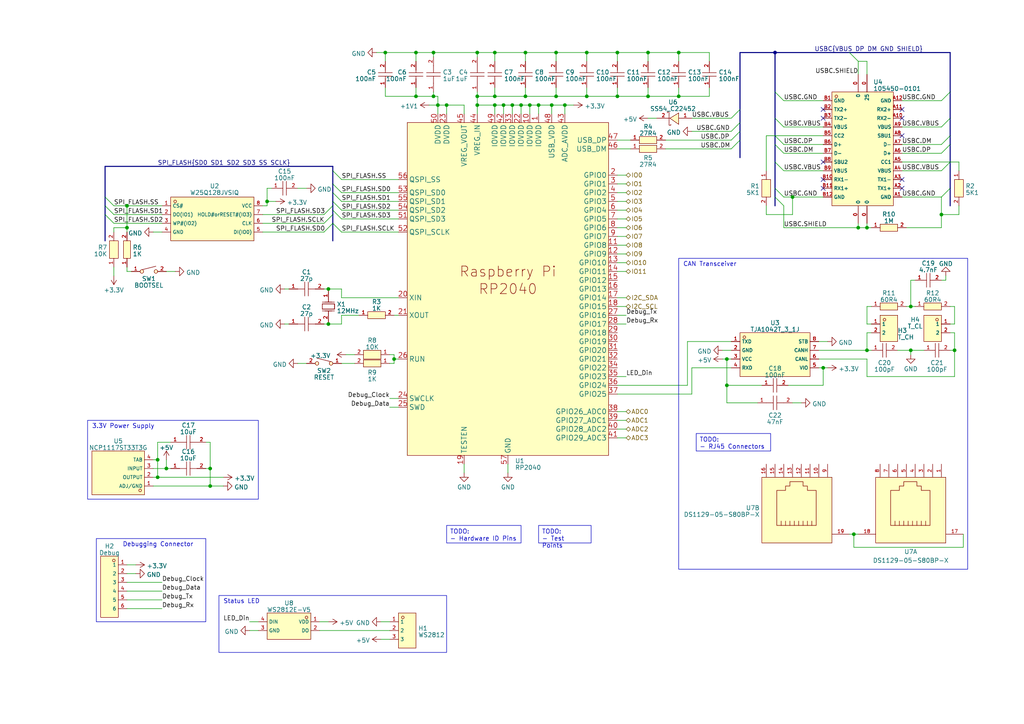
<source format=kicad_sch>
(kicad_sch (version 20230121) (generator eeschema)
  (paper "A4")
  (title_block (title "Pi RP2040 MCU") (date "2023-02-19") (rev "0") (company "DrinkRobotics") (comment 1 "https://git.xythobuz.de/thomas/Dispensy") (comment 3 "PCB Thickness: 1mm") (comment 4 "DRAFT DRAFT DRAFT DRAFT DRAFT"))
  (junction (at 129.54 30.48))
  (junction (at 125.73 15.24))
  (junction (at 152.4 27.94))
  (junction (at 179.07 15.24))
  (junction (at 170.18 15.24))
  (junction (at 60.96 135.89))
  (junction (at 45.72 138.43))
  (junction (at 276.86 101.6))
  (junction (at 179.07 27.94))
  (junction (at 114.3 104.14))
  (junction (at 77.47 58.42))
  (junction (at 45.72 133.35))
  (junction (at 48.26 135.89))
  (junction (at 125.73 27.94))
  (junction (at 248.92 66.04))
  (junction (at 146.05 30.48))
  (junction (at 138.43 30.48))
  (junction (at 151.13 30.48))
  (junction (at 187.96 27.94))
  (junction (at 163.83 30.48))
  (junction (at 251.46 101.6))
  (junction (at 160.02 30.48))
  (junction (at 251.46 66.04))
  (junction (at 187.96 15.24))
  (junction (at 161.29 15.24))
  (junction (at 143.51 30.48))
  (junction (at 170.18 27.94))
  (junction (at 264.16 88.9))
  (junction (at 143.51 27.94))
  (junction (at 156.21 30.48))
  (junction (at 273.05 62.23))
  (junction (at 60.96 140.97))
  (junction (at 36.83 59.69))
  (junction (at 238.76 106.68))
  (junction (at 196.85 15.24))
  (junction (at 264.16 101.6))
  (junction (at 196.85 27.94))
  (junction (at 161.29 27.94))
  (junction (at 95.25 83.82))
  (junction (at 95.25 93.98))
  (junction (at 138.43 27.94))
  (junction (at 111.76 15.24))
  (junction (at 152.4 15.24))
  (junction (at 36.83 66.04))
  (junction (at 210.82 111.76))
  (junction (at 224.79 15.24))
  (junction (at 247.65 154.94))
  (junction (at 143.51 15.24))
  (junction (at 153.67 30.48))
  (junction (at 127 30.48))
  (junction (at 210.82 104.14))
  (junction (at 120.65 15.24))
  (junction (at 229.87 57.15))
  (junction (at 138.43 15.24))
  (junction (at 148.59 30.48))
  (junction (at 120.65 27.94))
  (no_connect (at 238.76 46.99))
  (no_connect (at 238.76 54.61))
  (no_connect (at 238.76 31.75))
  (no_connect (at 261.62 52.07))
  (no_connect (at 238.76 34.29))
  (no_connect (at 261.62 31.75))
  (no_connect (at 261.62 34.29))
  (no_connect (at 261.62 54.61))
  (no_connect (at 238.76 52.07))
  (no_connect (at 261.62 39.37))
  (bus_entry (at 275.59 54.61) (size -2.54 2.54))
  (bus_entry (at 30.48 62.23) (size 2.54 2.54))
  (bus_entry (at 275.59 26.67) (size -2.54 2.54))
  (bus_entry (at 214.63 40.64) (size -2.54 2.54))
  (bus_entry (at 224.79 41.91) (size 2.54 2.54))
  (bus_entry (at 214.63 35.56) (size -2.54 2.54))
  (bus_entry (at 96.52 55.88) (size 2.54 2.54))
  (bus_entry (at 30.48 59.69) (size 2.54 2.54))
  (bus_entry (at 224.79 54.61) (size 2.54 2.54))
  (bus_entry (at 96.52 64.77) (size 2.54 2.54))
  (bus_entry (at 224.79 26.67) (size 2.54 2.54))
  (bus_entry (at 96.52 58.42) (size 2.54 2.54))
  (bus_entry (at 96.52 64.77) (size -2.54 2.54))
  (bus_entry (at 275.59 46.99) (size -2.54 2.54))
  (bus_entry (at 224.79 34.29) (size 2.54 2.54))
  (bus_entry (at 275.59 39.37) (size -2.54 2.54))
  (bus_entry (at 96.52 59.69) (size -2.54 2.54))
  (bus_entry (at 224.79 39.37) (size 2.54 2.54))
  (bus_entry (at 275.59 34.29) (size -2.54 2.54))
  (bus_entry (at 96.52 60.96) (size 2.54 2.54))
  (bus_entry (at 30.48 57.15) (size 2.54 2.54))
  (bus_entry (at 96.52 49.53) (size 2.54 2.54))
  (bus_entry (at 275.59 41.91) (size -2.54 2.54))
  (bus_entry (at 214.63 31.75) (size -2.54 2.54))
  (bus_entry (at 96.52 53.34) (size 2.54 2.54))
  (bus_entry (at 224.79 57.15) (size 2.54 2.54))
  (bus_entry (at 96.52 62.23) (size -2.54 2.54))
  (bus_entry (at 246.38 15.24) (size 2.54 2.54))
  (bus_entry (at 214.63 38.1) (size -2.54 2.54))
  (bus_entry (at 224.79 46.99) (size 2.54 2.54))
  (bus (pts (xy 96.52 64.77) (xy 96.52 69.85)))
  (wire (pts (xy 36.83 168.91) (xy 46.99 168.91)))
  (wire (pts (xy 44.45 135.89) (xy 48.26 135.89)))
  (wire (pts (xy 99.06 67.31) (xy 115.57 67.31)))
  (wire (pts (xy 114.3 91.44) (xy 115.57 91.44)))
  (wire (pts (xy 196.85 15.24) (xy 196.85 17.78)))
  (wire (pts (xy 143.51 30.48) (xy 143.51 33.02)))
  (wire (pts (xy 74.93 182.88) (xy 72.39 182.88)))
  (wire (pts (xy 163.83 30.48) (xy 166.37 30.48)))
  (wire (pts (xy 36.83 173.99) (xy 46.99 173.99)))
  (wire (pts (xy 143.51 30.48) (xy 146.05 30.48)))
  (wire (pts (xy 278.13 62.23) (xy 273.05 62.23)))
  (wire (pts (xy 36.83 78.74) (xy 38.1 78.74)))
  (wire (pts (xy 125.73 15.24) (xy 120.65 15.24)))
  (bus (pts (xy 214.63 15.24) (xy 214.63 31.75)))
  (wire (pts (xy 251.46 109.22) (xy 276.86 109.22)))
  (wire (pts (xy 264.16 101.6) (xy 267.97 101.6)))
  (wire (pts (xy 48.26 135.89) (xy 49.53 135.89)))
  (wire (pts (xy 146.05 33.02) (xy 146.05 30.48)))
  (wire (pts (xy 227.33 36.83) (xy 238.76 36.83)))
  (wire (pts (xy 82.55 93.98) (xy 83.82 93.98)))
  (wire (pts (xy 205.74 15.24) (xy 205.74 17.78)))
  (bus (pts (xy 275.59 15.24) (xy 275.59 26.67)))
  (wire (pts (xy 48.26 78.74) (xy 50.8 78.74)))
  (wire (pts (xy 179.07 53.34) (xy 181.61 53.34)))
  (wire (pts (xy 278.13 59.69) (xy 278.13 62.23)))
  (wire (pts (xy 220.98 111.76) (xy 210.82 111.76)))
  (wire (pts (xy 95.25 83.82) (xy 99.06 83.82)))
  (wire (pts (xy 143.51 27.94) (xy 152.4 27.94)))
  (wire (pts (xy 179.07 93.98) (xy 181.61 93.98)))
  (wire (pts (xy 161.29 15.24) (xy 161.29 17.78)))
  (wire (pts (xy 92.71 182.88) (xy 113.03 182.88)))
  (wire (pts (xy 200.66 114.3) (xy 200.66 106.68)))
  (wire (pts (xy 227.33 29.21) (xy 238.76 29.21)))
  (bus (pts (xy 224.79 15.24) (xy 214.63 15.24)))
  (wire (pts (xy 151.13 30.48) (xy 153.67 30.48)))
  (wire (pts (xy 99.06 63.5) (xy 115.57 63.5)))
  (wire (pts (xy 248.92 64.77) (xy 248.92 66.04)))
  (wire (pts (xy 36.83 166.37) (xy 39.37 166.37)))
  (wire (pts (xy 127 33.02) (xy 127 30.48)))
  (bus (pts (xy 96.52 59.69) (xy 96.52 60.96)))
  (wire (pts (xy 227.33 59.69) (xy 227.33 66.04)))
  (bus (pts (xy 96.52 53.34) (xy 96.52 55.88)))
  (wire (pts (xy 196.85 27.94) (xy 205.74 27.94)))
  (wire (pts (xy 179.07 27.94) (xy 187.96 27.94)))
  (wire (pts (xy 179.07 86.36) (xy 181.61 86.36)))
  (bus (pts (xy 96.52 48.26) (xy 30.48 48.26)))
  (wire (pts (xy 127 27.94) (xy 127 30.48)))
  (wire (pts (xy 210.82 111.76) (xy 210.82 104.14)))
  (wire (pts (xy 49.53 128.27) (xy 45.72 128.27)))
  (bus (pts (xy 96.52 49.53) (xy 96.52 53.34)))
  (wire (pts (xy 78.74 54.61) (xy 77.47 54.61)))
  (wire (pts (xy 222.25 49.53) (xy 222.25 39.37)))
  (wire (pts (xy 179.07 68.58) (xy 181.61 68.58)))
  (wire (pts (xy 179.07 124.46) (xy 181.61 124.46)))
  (bus (pts (xy 275.59 46.99) (xy 275.59 54.61)))
  (wire (pts (xy 179.07 15.24) (xy 179.07 17.78)))
  (wire (pts (xy 252.73 96.52) (xy 251.46 96.52)))
  (wire (pts (xy 187.96 27.94) (xy 196.85 27.94)))
  (bus (pts (xy 224.79 15.24) (xy 246.38 15.24)))
  (wire (pts (xy 179.07 63.5) (xy 181.61 63.5)))
  (wire (pts (xy 152.4 25.4) (xy 152.4 27.94)))
  (wire (pts (xy 134.62 30.48) (xy 129.54 30.48)))
  (wire (pts (xy 199.39 99.06) (xy 212.09 99.06)))
  (wire (pts (xy 227.33 49.53) (xy 238.76 49.53)))
  (wire (pts (xy 179.07 127) (xy 181.61 127)))
  (wire (pts (xy 261.62 29.21) (xy 273.05 29.21)))
  (wire (pts (xy 229.87 116.84) (xy 232.41 116.84)))
  (wire (pts (xy 179.07 25.4) (xy 179.07 27.94)))
  (wire (pts (xy 111.76 27.94) (xy 120.65 27.94)))
  (wire (pts (xy 227.33 57.15) (xy 229.87 57.15)))
  (bus (pts (xy 30.48 62.23) (xy 30.48 69.85)))
  (wire (pts (xy 148.59 30.48) (xy 151.13 30.48)))
  (bus (pts (xy 224.79 54.61) (xy 224.79 46.99)))
  (wire (pts (xy 224.79 39.37) (xy 238.76 39.37)))
  (wire (pts (xy 222.25 59.69) (xy 222.25 62.23)))
  (wire (pts (xy 99.06 60.96) (xy 115.57 60.96)))
  (bus (pts (xy 275.59 54.61) (xy 275.59 59.69)))
  (wire (pts (xy 210.82 116.84) (xy 210.82 111.76)))
  (wire (pts (xy 152.4 27.94) (xy 161.29 27.94)))
  (wire (pts (xy 261.62 36.83) (xy 273.05 36.83)))
  (wire (pts (xy 279.4 154.94) (xy 279.4 158.75)))
  (wire (pts (xy 33.02 64.77) (xy 46.99 64.77)))
  (wire (pts (xy 36.83 59.69) (xy 46.99 59.69)))
  (wire (pts (xy 33.02 62.23) (xy 46.99 62.23)))
  (wire (pts (xy 246.38 154.94) (xy 247.65 154.94)))
  (wire (pts (xy 60.96 140.97) (xy 64.77 140.97)))
  (wire (pts (xy 247.65 154.94) (xy 248.92 154.94)))
  (wire (pts (xy 261.62 44.45) (xy 273.05 44.45)))
  (wire (pts (xy 77.47 58.42) (xy 77.47 59.69)))
  (wire (pts (xy 251.46 104.14) (xy 251.46 109.22)))
  (wire (pts (xy 273.05 66.04) (xy 273.05 62.23)))
  (wire (pts (xy 113.03 102.87) (xy 114.3 102.87)))
  (wire (pts (xy 187.96 15.24) (xy 187.96 17.78)))
  (wire (pts (xy 36.83 59.69) (xy 36.83 66.04)))
  (bus (pts (xy 275.59 26.67) (xy 275.59 34.29)))
  (wire (pts (xy 153.67 30.48) (xy 153.67 33.02)))
  (wire (pts (xy 193.04 40.64) (xy 212.09 40.64)))
  (wire (pts (xy 209.55 104.14) (xy 210.82 104.14)))
  (wire (pts (xy 113.03 118.11) (xy 115.57 118.11)))
  (wire (pts (xy 279.4 158.75) (xy 247.65 158.75)))
  (bus (pts (xy 214.63 40.64) (xy 214.63 45.72)))
  (wire (pts (xy 196.85 25.4) (xy 196.85 27.94)))
  (wire (pts (xy 200.66 106.68) (xy 212.09 106.68)))
  (wire (pts (xy 170.18 25.4) (xy 170.18 27.94)))
  (bus (pts (xy 30.48 59.69) (xy 30.48 62.23)))
  (bus (pts (xy 275.59 34.29) (xy 275.59 39.37)))
  (bus (pts (xy 224.79 46.99) (xy 224.79 41.91)))
  (wire (pts (xy 276.86 96.52) (xy 276.86 101.6)))
  (wire (pts (xy 170.18 27.94) (xy 179.07 27.94)))
  (wire (pts (xy 275.59 101.6) (xy 276.86 101.6)))
  (wire (pts (xy 36.83 77.47) (xy 36.83 78.74)))
  (wire (pts (xy 222.25 62.23) (xy 229.87 62.23)))
  (wire (pts (xy 33.02 77.47) (xy 33.02 80.01)))
  (wire (pts (xy 77.47 54.61) (xy 77.47 58.42)))
  (wire (pts (xy 148.59 30.48) (xy 148.59 33.02)))
  (wire (pts (xy 134.62 134.62) (xy 134.62 137.16)))
  (wire (pts (xy 152.4 15.24) (xy 152.4 17.78)))
  (wire (pts (xy 113.03 105.41) (xy 114.3 105.41)))
  (wire (pts (xy 273.05 62.23) (xy 273.05 57.15)))
  (wire (pts (xy 238.76 111.76) (xy 238.76 106.68)))
  (wire (pts (xy 95.25 180.34) (xy 92.71 180.34)))
  (wire (pts (xy 36.83 163.83) (xy 39.37 163.83)))
  (wire (pts (xy 114.3 104.14) (xy 115.57 104.14)))
  (wire (pts (xy 60.96 135.89) (xy 60.96 140.97)))
  (wire (pts (xy 251.46 66.04) (xy 252.73 66.04)))
  (wire (pts (xy 179.07 60.96) (xy 181.61 60.96)))
  (wire (pts (xy 161.29 27.94) (xy 170.18 27.94)))
  (wire (pts (xy 127 30.48) (xy 129.54 30.48)))
  (wire (pts (xy 36.83 171.45) (xy 46.99 171.45)))
  (wire (pts (xy 99.06 58.42) (xy 115.57 58.42)))
  (wire (pts (xy 170.18 15.24) (xy 170.18 17.78)))
  (wire (pts (xy 88.9 105.41) (xy 86.36 105.41)))
  (wire (pts (xy 170.18 15.24) (xy 179.07 15.24)))
  (wire (pts (xy 111.76 17.78) (xy 111.76 15.24)))
  (wire (pts (xy 251.46 21.59) (xy 251.46 17.78)))
  (wire (pts (xy 179.07 71.12) (xy 181.61 71.12)))
  (wire (pts (xy 237.49 99.06) (xy 240.03 99.06)))
  (wire (pts (xy 77.47 58.42) (xy 80.01 58.42)))
  (wire (pts (xy 275.59 96.52) (xy 276.86 96.52)))
  (wire (pts (xy 110.49 185.42) (xy 113.03 185.42)))
  (wire (pts (xy 238.76 106.68) (xy 240.03 106.68)))
  (wire (pts (xy 76.2 67.31) (xy 93.98 67.31)))
  (wire (pts (xy 179.07 73.66) (xy 181.61 73.66)))
  (wire (pts (xy 193.04 43.18) (xy 212.09 43.18)))
  (wire (pts (xy 138.43 30.48) (xy 143.51 30.48)))
  (wire (pts (xy 125.73 15.24) (xy 138.43 15.24)))
  (wire (pts (xy 187.96 25.4) (xy 187.96 27.94)))
  (bus (pts (xy 96.52 48.26) (xy 96.52 49.53)))
  (wire (pts (xy 156.21 30.48) (xy 160.02 30.48)))
  (wire (pts (xy 138.43 33.02) (xy 138.43 30.48)))
  (wire (pts (xy 260.35 101.6) (xy 264.16 101.6)))
  (wire (pts (xy 179.07 43.18) (xy 182.88 43.18)))
  (bus (pts (xy 224.79 41.91) (xy 224.79 39.37)))
  (wire (pts (xy 251.46 101.6) (xy 252.73 101.6)))
  (wire (pts (xy 76.2 64.77) (xy 93.98 64.77)))
  (wire (pts (xy 237.49 104.14) (xy 251.46 104.14)))
  (wire (pts (xy 187.96 34.29) (xy 190.5 34.29)))
  (wire (pts (xy 251.46 88.9) (xy 251.46 93.98)))
  (wire (pts (xy 161.29 25.4) (xy 161.29 27.94)))
  (wire (pts (xy 179.07 15.24) (xy 187.96 15.24)))
  (wire (pts (xy 251.46 96.52) (xy 251.46 101.6)))
  (bus (pts (xy 96.52 60.96) (xy 96.52 62.23)))
  (wire (pts (xy 219.71 116.84) (xy 210.82 116.84)))
  (wire (pts (xy 179.07 76.2) (xy 181.61 76.2)))
  (wire (pts (xy 99.06 91.44) (xy 104.14 91.44)))
  (bus (pts (xy 224.79 57.15) (xy 224.79 54.61)))
  (wire (pts (xy 196.85 15.24) (xy 205.74 15.24)))
  (wire (pts (xy 199.39 111.76) (xy 199.39 99.06)))
  (bus (pts (xy 214.63 31.75) (xy 214.63 35.56)))
  (wire (pts (xy 200.66 38.1) (xy 212.09 38.1)))
  (wire (pts (xy 124.46 30.48) (xy 127 30.48)))
  (wire (pts (xy 93.98 93.98) (xy 95.25 93.98)))
  (wire (pts (xy 138.43 26.67) (xy 138.43 27.94)))
  (wire (pts (xy 261.62 49.53) (xy 273.05 49.53)))
  (wire (pts (xy 163.83 33.02) (xy 163.83 30.48)))
  (wire (pts (xy 138.43 15.24) (xy 143.51 15.24)))
  (wire (pts (xy 99.06 55.88) (xy 115.57 55.88)))
  (wire (pts (xy 179.07 40.64) (xy 182.88 40.64)))
  (wire (pts (xy 151.13 30.48) (xy 151.13 33.02)))
  (wire (pts (xy 76.2 62.23) (xy 93.98 62.23)))
  (wire (pts (xy 276.86 93.98) (xy 275.59 93.98)))
  (wire (pts (xy 60.96 128.27) (xy 60.96 135.89)))
  (wire (pts (xy 99.06 93.98) (xy 99.06 91.44)))
  (wire (pts (xy 209.55 101.6) (xy 212.09 101.6)))
  (wire (pts (xy 210.82 104.14) (xy 212.09 104.14)))
  (wire (pts (xy 237.49 106.68) (xy 238.76 106.68)))
  (wire (pts (xy 99.06 83.82) (xy 99.06 86.36)))
  (wire (pts (xy 274.32 81.28) (xy 274.32 80.01)))
  (wire (pts (xy 264.16 81.28) (xy 264.16 88.9)))
  (wire (pts (xy 120.65 25.4) (xy 120.65 27.94)))
  (wire (pts (xy 93.98 83.82) (xy 95.25 83.82)))
  (wire (pts (xy 179.07 121.92) (xy 181.61 121.92)))
  (wire (pts (xy 110.49 180.34) (xy 113.03 180.34)))
  (wire (pts (xy 227.33 44.45) (xy 238.76 44.45)))
  (wire (pts (xy 179.07 50.8) (xy 181.61 50.8)))
  (wire (pts (xy 248.92 66.04) (xy 251.46 66.04)))
  (wire (pts (xy 179.07 91.44) (xy 181.61 91.44)))
  (wire (pts (xy 48.26 133.35) (xy 48.26 135.89)))
  (wire (pts (xy 275.59 88.9) (xy 276.86 88.9)))
  (wire (pts (xy 72.39 180.34) (xy 74.93 180.34)))
  (wire (pts (xy 161.29 15.24) (xy 170.18 15.24)))
  (wire (pts (xy 138.43 27.94) (xy 143.51 27.94)))
  (wire (pts (xy 247.65 158.75) (xy 247.65 154.94)))
  (wire (pts (xy 95.25 93.98) (xy 99.06 93.98)))
  (wire (pts (xy 237.49 101.6) (xy 251.46 101.6)))
  (wire (pts (xy 147.32 134.62) (xy 147.32 137.16)))
  (wire (pts (xy 109.22 15.24) (xy 111.76 15.24)))
  (wire (pts (xy 222.25 39.37) (xy 224.79 39.37)))
  (bus (pts (xy 246.38 15.24) (xy 275.59 15.24)))
  (wire (pts (xy 251.46 93.98) (xy 252.73 93.98)))
  (wire (pts (xy 278.13 49.53) (xy 278.13 46.99)))
  (wire (pts (xy 44.45 67.31) (xy 46.99 67.31)))
  (wire (pts (xy 153.67 30.48) (xy 156.21 30.48)))
  (wire (pts (xy 152.4 15.24) (xy 161.29 15.24)))
  (bus (pts (xy 214.63 35.56) (xy 214.63 38.1)))
  (bus (pts (xy 96.52 58.42) (xy 96.52 59.69)))
  (wire (pts (xy 111.76 15.24) (xy 120.65 15.24)))
  (wire (pts (xy 187.96 15.24) (xy 196.85 15.24)))
  (wire (pts (xy 229.87 62.23) (xy 229.87 57.15)))
  (wire (pts (xy 82.55 83.82) (xy 83.82 83.82)))
  (wire (pts (xy 45.72 133.35) (xy 44.45 133.35)))
  (wire (pts (xy 125.73 16.51) (xy 125.73 15.24)))
  (wire (pts (xy 160.02 30.48) (xy 160.02 33.02)))
  (bus (pts (xy 30.48 48.26) (xy 30.48 57.15)))
  (wire (pts (xy 248.92 17.78) (xy 251.46 17.78)))
  (wire (pts (xy 143.51 15.24) (xy 143.51 17.78)))
  (wire (pts (xy 276.86 88.9) (xy 276.86 93.98)))
  (bus (pts (xy 224.79 59.69) (xy 224.79 57.15)))
  (wire (pts (xy 227.33 41.91) (xy 238.76 41.91)))
  (wire (pts (xy 179.07 66.04) (xy 181.61 66.04)))
  (bus (pts (xy 275.59 41.91) (xy 275.59 46.99)))
  (wire (pts (xy 44.45 140.97) (xy 60.96 140.97)))
  (wire (pts (xy 114.3 105.41) (xy 114.3 104.14)))
  (wire (pts (xy 228.6 111.76) (xy 238.76 111.76)))
  (wire (pts (xy 59.69 135.89) (xy 60.96 135.89)))
  (wire (pts (xy 160.02 30.48) (xy 163.83 30.48)))
  (wire (pts (xy 125.73 27.94) (xy 125.73 26.67)))
  (wire (pts (xy 113.03 115.57) (xy 115.57 115.57)))
  (wire (pts (xy 36.83 66.04) (xy 36.83 67.31)))
  (wire (pts (xy 261.62 57.15) (xy 273.05 57.15)))
  (wire (pts (xy 33.02 67.31) (xy 33.02 66.04)))
  (wire (pts (xy 114.3 102.87) (xy 114.3 104.14)))
  (bus (pts (xy 275.59 39.37) (xy 275.59 41.91)))
  (wire (pts (xy 44.45 138.43) (xy 45.72 138.43)))
  (wire (pts (xy 265.43 81.28) (xy 264.16 81.28)))
  (bus (pts (xy 30.48 57.15) (xy 30.48 59.69)))
  (wire (pts (xy 261.62 41.91) (xy 273.05 41.91)))
  (wire (pts (xy 86.36 54.61) (xy 88.9 54.61)))
  (wire (pts (xy 59.69 128.27) (xy 60.96 128.27)))
  (wire (pts (xy 179.07 111.76) (xy 199.39 111.76)))
  (wire (pts (xy 261.62 46.99) (xy 275.59 46.99)))
  (bus (pts (xy 224.79 15.24) (xy 224.79 26.67)))
  (bus (pts (xy 96.52 55.88) (xy 96.52 58.42)))
  (wire (pts (xy 129.54 30.48) (xy 129.54 33.02)))
  (wire (pts (xy 251.46 64.77) (xy 251.46 66.04)))
  (wire (pts (xy 156.21 30.48) (xy 156.21 33.02)))
  (wire (pts (xy 262.89 88.9) (xy 264.16 88.9)))
  (wire (pts (xy 134.62 33.02) (xy 134.62 30.48)))
  (wire (pts (xy 143.51 15.24) (xy 152.4 15.24)))
  (wire (pts (xy 179.07 58.42) (xy 181.61 58.42)))
  (wire (pts (xy 76.2 59.69) (xy 77.47 59.69)))
  (wire (pts (xy 99.06 86.36) (xy 115.57 86.36)))
  (wire (pts (xy 138.43 16.51) (xy 138.43 15.24)))
  (wire (pts (xy 120.65 27.94) (xy 125.73 27.94)))
  (wire (pts (xy 179.07 114.3) (xy 200.66 114.3)))
  (wire (pts (xy 200.66 34.29) (xy 212.09 34.29)))
  (wire (pts (xy 120.65 15.24) (xy 120.65 17.78)))
  (wire (pts (xy 248.92 17.78) (xy 248.92 21.59)))
  (bus (pts (xy 224.79 39.37) (xy 224.79 34.29)))
  (wire (pts (xy 146.05 30.48) (xy 148.59 30.48)))
  (bus (pts (xy 224.79 34.29) (xy 224.79 26.67)))
  (wire (pts (xy 179.07 55.88) (xy 181.61 55.88)))
  (wire (pts (xy 102.87 105.41) (xy 99.06 105.41)))
  (wire (pts (xy 125.73 27.94) (xy 127 27.94)))
  (wire (pts (xy 264.16 88.9) (xy 265.43 88.9)))
  (wire (pts (xy 179.07 109.22) (xy 181.61 109.22)))
  (wire (pts (xy 99.06 52.07) (xy 115.57 52.07)))
  (wire (pts (xy 33.02 59.69) (xy 36.83 59.69)))
  (wire (pts (xy 229.87 57.15) (xy 238.76 57.15)))
  (wire (pts (xy 45.72 138.43) (xy 64.77 138.43)))
  (bus (pts (xy 96.52 62.23) (xy 96.52 64.77)))
  (wire (pts (xy 273.05 81.28) (xy 274.32 81.28)))
  (bus (pts (xy 214.63 38.1) (xy 214.63 40.64)))
  (wire (pts (xy 275.59 46.99) (xy 278.13 46.99)))
  (wire (pts (xy 276.86 109.22) (xy 276.86 101.6)))
  (wire (pts (xy 100.33 102.87) (xy 102.87 102.87)))
  (wire (pts (xy 36.83 176.53) (xy 46.99 176.53)))
  (wire (pts (xy 205.74 27.94) (xy 205.74 25.4)))
  (wire (pts (xy 45.72 138.43) (xy 45.72 133.35)))
  (wire (pts (xy 262.89 66.04) (xy 273.05 66.04)))
  (wire (pts (xy 227.33 66.04) (xy 248.92 66.04)))
  (wire (pts (xy 111.76 25.4) (xy 111.76 27.94)))
  (wire (pts (xy 264.16 101.6) (xy 264.16 102.87)))
  (wire (pts (xy 45.72 128.27) (xy 45.72 133.35)))
  (wire (pts (xy 179.07 78.74) (xy 181.61 78.74)))
  (wire (pts (xy 138.43 27.94) (xy 138.43 30.48)))
  (wire (pts (xy 143.51 25.4) (xy 143.51 27.94)))
  (wire (pts (xy 179.07 119.38) (xy 181.61 119.38)))
  (wire (pts (xy 179.07 88.9) (xy 181.61 88.9)))
  (wire (pts (xy 33.02 66.04) (xy 36.83 66.04)))
  (wire (pts (xy 252.73 88.9) (xy 251.46 88.9)))
  (rectangle (start 63.5 172.72) (end 129.54 189.23))
  (rectangle (start 27.94 156.21) (end 59.69 180.34))
  (rectangle (start 196.85 74.93) (end 280.67 165.1))
  (rectangle (start 25.4 121.92) (end 74.93 144.78))
  (text_box "TODO:\n- RJ45 Connectors" (at 201.93 125.73 0) (size 21.59 5.08) (effects (font (size 1.27 1.27)) (justify left top)))
  (text_box "TODO:\n- Hardware ID Pins" (at 129.54 152.4 0) (size 21.59 5.08) (effects (font (size 1.27 1.27)) (justify left top)))
  (text_box "TODO:\n- Test Points" (at 156.21 152.4 0) (size 15.24 5.08) (effects (font (size 1.27 1.27)) (justify left top)))
  (text "Debugging Connector" (at 35.56 158.75 0) (effects (font (size 1.27 1.27)) (justify left bottom)))
  (text "CAN Transceiver" (at 198.12 77.47 0) (effects (font (size 1.27 1.27)) (justify left bottom)))
  (text "Status LED" (at 64.77 175.26 0) (effects (font (size 1.27 1.27)) (justify left bottom)))
  (text "3.3V Power Supply" (at 26.67 124.46 0) (effects (font (size 1.27 1.27)) (justify left bottom)))
  (label "SPI_FLASH.SD3" (at 99.06 63.5 0))
  (label "USBC.VBUS" (at 261.62 49.53 0))
  (label "SPI_FLASH.SD2" (at 33.02 64.77 0))
  (label "Debug_Tx" (at 181.61 91.44 0))
  (label "USBC.GND" (at 261.62 57.15 0))
  (label "SPI_FLASH.SS" (at 99.06 52.07 0))
  (label "USBC{VBUS DP DM GND SHIELD}" (at 236.22 15.24 0))
  (label "Debug_Tx" (at 46.99 173.99 0))
  (label "SPI_FLASH.SCLK" (at 99.06 67.31 0))
  (label "SPI_FLASH.SD0" (at 99.06 55.88 0))
  (label "USBC.DP" (at 227.33 41.91 0))
  (label "USBC.GND" (at 227.33 29.21 0))
  (label "Debug_Clock" (at 46.99 168.91 0))
  (label "SPI_FLASH{SD0 SD1 SD2 SD3 SS SCLK}" (at 45.72 48.26 0))
  (label "Debug_Data" (at 46.99 171.45 0))
  (label "SPI_FLASH.SD1" (at 33.02 62.23 0))
  (label "SPI_FLASH.SCLK" (at 78.74 64.77 0))
  (label "USBC.SHIELD" (at 227.33 66.04 0))
  (label "SPI_FLASH.SS" (at 33.02 59.69 0))
  (label "LED_Din" (at 72.39 180.34 180))
  (label "USBC.GND" (at 261.62 29.21 0))
  (label "SPI_FLASH.SD3" (at 80.01 62.23 0))
  (label "USBC.DP" (at 203.2 40.64 0))
  (label "USBC.DM" (at 203.2 43.18 0))
  (label "USBC.VBUS" (at 200.66 34.29 0))
  (label "USBC.VBUS" (at 227.33 36.83 0))
  (label "Debug_Rx" (at 46.99 176.53 0))
  (label "USBC.GND" (at 227.33 57.15 0))
  (label "USBC.GND" (at 201.93 38.1 0))
  (label "Debug_Data" (at 113.03 118.11 180))
  (label "USBC.VBUS" (at 261.62 36.83 0))
  (label "LED_Din" (at 181.61 109.22 0))
  (label "SPI_FLASH.SD2" (at 99.06 60.96 0))
  (label "USBC.DM" (at 261.62 41.91 0))
  (label "USBC.VBUS" (at 227.33 49.53 0))
  (label "Debug_Clock" (at 113.03 115.57 180))
  (label "USBC.DP" (at 261.62 44.45 0))
  (label "SPI_FLASH.SD0" (at 80.01 67.31 0))
  (label "USBC.DM" (at 227.33 44.45 0))
  (label "USBC.SHIELD" (at 248.92 21.59 180))
  (label "SPI_FLASH.SD1" (at 99.06 58.42 0))
  (label "Debug_Rx" (at 181.61 93.98 0))
  (hierarchical_label "IO8" (shape bidirectional) (at 181.61 71.12 0))
  (hierarchical_label "ADC1" (shape bidirectional) (at 181.61 121.92 0))
  (hierarchical_label "IO4" (shape bidirectional) (at 181.61 60.96 0))
  (hierarchical_label "IO5" (shape bidirectional) (at 181.61 63.5 0))
  (hierarchical_label "ADC2" (shape bidirectional) (at 181.61 124.46 0))
  (hierarchical_label "IO3" (shape bidirectional) (at 181.61 58.42 0))
  (hierarchical_label "IO2" (shape bidirectional) (at 181.61 55.88 0))
  (hierarchical_label "IO0" (shape bidirectional) (at 181.61 50.8 0))
  (hierarchical_label "ADC3" (shape bidirectional) (at 181.61 127 0))
  (hierarchical_label "ADC0" (shape bidirectional) (at 181.61 119.38 0))
  (hierarchical_label "IO6" (shape bidirectional) (at 181.61 66.04 0))
  (hierarchical_label "IO7" (shape bidirectional) (at 181.61 68.58 0))
  (hierarchical_label "I2C_SDA" (shape bidirectional) (at 181.61 86.36 0))
  (hierarchical_label "IO10" (shape bidirectional) (at 181.61 76.2 0))
  (hierarchical_label "IO1" (shape bidirectional) (at 181.61 53.34 0))
  (hierarchical_label "IO11" (shape bidirectional) (at 181.61 78.74 0))
  (hierarchical_label "I2C_SCL" (shape bidirectional) (at 181.61 88.9 0))
  (hierarchical_label "IO9" (shape bidirectional) (at 181.61 73.66 0))
  (symbol (lib_id "power:GND") (at 264.16 102.87 0) (unit 1)
    (property "Reference" "#PWR030" (effects hide))
    (property "Value" "GND" (at 264.16 107.0055 0))
  )
  (symbol (lib_id "jlc:C0402C0G270G500NTB") (at 88.9 83.82 0) (unit 1)
    (property "Reference" "C1" (at 88.9 78.9051 0))
    (property "Value" "27p" (at 88.9 80.8261 0))
    (property "Footprint" "jlc_footprints:C0402" (effects hide))
    (property "Datasheet" "https://item.szlcsc.com/15869.html" (effects hide))
    (property "LCSC" "C140675" (effects hide))
    (property "Capacitance" "27pF" (effects hide))
  )
  (symbol (lib_id "power:GND") (at 64.77 140.97 90) (unit 1)
    (property "Reference" "#PWR018" (effects hide))
    (property "Value" "GND" (at 67.945 141.2868 90) (effects (justify right)))
  )
  (symbol (lib_id "power:+3.3V") (at 100.33 102.87 90) (unit 1)
    (property "Reference" "#PWR021" (effects hide))
    (property "Value" "+3.3V" (at 95.885 103.1868 90) (effects (justify left)))
  )
  (symbol (lib_id "jlc:GCM155R71H473KE02J") (at 224.79 116.84 0) (unit 1)
    (property "Reference" "C22" (at 224.79 120.4675 0))
    (property "Value" "47nF" (at 224.79 122.3885 0))
    (property "Footprint" "jlc_footprints:C0402" (effects hide))
    (property "Datasheet" "https://item.szlcsc.com/15869.html" (effects hide))
    (property "LCSC" "C697422" (effects hide))
    (property "Capacitance" "47nF" (effects hide))
  )
  (symbol (lib_id "power:+5V") (at 209.55 104.14 90) (unit 1)
    (property "Reference" "#PWR023" (effects hide))
    (property "Value" "+5V" (at 206.3751 104.4568 90) (effects (justify left)))
  )
  (symbol (lib_id "jlc:WR04X27R4FTL") (at 187.96 40.64 0) (unit 1)
    (property "Reference" "R4" (at 187.96 36.7411 0))
    (property "Value" "27R4" (at 187.96 38.6621 0))
    (property "Footprint" "jlc_footprints:R0402" (effects hide))
    (property "Datasheet" "https://item.szlcsc.com/323315.html" (effects hide))
    (property "LCSC" "C172043" (effects hide))
    (property "Resistance" "27.4Ω" (effects hide))
  )
  (symbol (lib_id "jlc:CC0402KRX7R8BB104") (at 143.51 21.59 90) (unit 1)
    (property "Reference" "C7" (at 146.177 20.9463 90) (effects (justify right)))
    (property "Value" "100nF" (at 146.177 22.8673 90) (effects (justify right)))
    (property "Footprint" "jlc_footprints:C0402" (effects hide))
    (property "Datasheet" "https://item.szlcsc.com/15869.html" (effects hide))
    (property "LCSC" "C105883" (effects hide))
    (property "Capacitance" "100nF" (effects hide))
  )
  (symbol (lib_id "jlc:CC0402KRX7R8BB104") (at 196.85 21.59 90) (unit 1)
    (property "Reference" "C13" (at 199.517 20.9463 90) (effects (justify right)))
    (property "Value" "100nF" (at 199.517 22.8673 90) (effects (justify right)))
    (property "Footprint" "jlc_footprints:C0402" (effects hide))
    (property "Datasheet" "https://item.szlcsc.com/15869.html" (effects hide))
    (property "LCSC" "C105883" (effects hide))
    (property "Capacitance" "100nF" (effects hide))
  )
  (symbol (lib_id "jlc:SS54_C22452") (at 195.58 34.29 0) (unit 1)
    (property "Reference" "U6" (at 195.199 29.6291 0))
    (property "Value" "SS54_C22452" (at 195.199 31.5501 0))
    (property "Footprint" "jlc_footprints:SMA_L4.4-W2.8-LS5.4-R-RD" (effects hide))
    (property "Datasheet" "https://item.szlcsc.com/310096.html" (effects hide))
    (property "LCSC" "C22452" (effects hide))
  )
  (symbol (lib_id "jlc:W25Q128JVSIQ") (at 60.96 63.5 0) (unit 1)
    (property "Reference" "U2" (at 62.23 53.959 0))
    (property "Value" "W25Q128JVSIQ" (at 62.23 55.88 0))
    (property "Footprint" "jlc_footprints:SOIC-8_L5.3-W5.3-P1.27-LS8.0-BL" (effects hide))
    (property "Datasheet" "https://item.szlcsc.com/63461.html" (effects hide))
    (property "LCSC" "C113767" (effects hide))
  )
  (symbol (lib_id "jlc:AC1206FR-0760R4L") (at 270.51 88.9 0) (unit 1)
    (property "Reference" "R12" (at 270.51 85.0011 0))
    (property "Value" "60R4" (at 270.51 86.9221 0))
    (property "Footprint" "jlc_footprints:R1206" (effects hide))
    (property "Datasheet" "https://item.szlcsc.com/311874.html" (effects hide))
    (property "LCSC" "C144481" (effects hide))
    (property "Resistance" "60.4Ω" (effects hide))
  )
  (symbol (lib_id "power:GND") (at 82.55 83.82 270) (unit 1)
    (property "Reference" "#PWR06" (effects hide))
    (property "Value" "GND" (at 79.3751 84.1368 90) (effects (justify right)))
  )
  (symbol (lib_id "jlc:22025403P00CKMT") (at 116.84 182.88 0) (unit 1)
    (property "Reference" "H1" (at 121.285 182.2363 0) (effects (justify left)))
    (property "Value" "WS2812" (at 121.285 184.1573 0) (effects (justify left)))
    (property "Footprint" "jlc_footprints:HDR-TH_3P-P2.54-V-F" (effects hide))
    (property "Datasheet" "https://item.szlcsc.com/562471.html" (effects hide))
    (property "LCSC" "C146690" (effects hide))
  )
  (symbol (lib_id "power:GND") (at 88.9 54.61 90) (unit 1)
    (property "Reference" "#PWR012" (effects hide))
    (property "Value" "GND" (at 92.075 54.9268 90) (effects (justify right)))
  )
  (symbol (lib_id "jlc:Header-Female-2_54_1x6") (at 31.75 170.18 0) (mirror y) (unit 1)
    (property "Reference" "H2" (at 31.75 158.4071 0))
    (property "Value" "Debug" (at 31.75 160.3281 0))
    (property "Footprint" "jlc_footprints:HDR-TH_6P-P2.54-V-F" (effects hide))
    (property "Datasheet" "https://so.szlcsc.com/global.html?c=&k=C40877" (effects hide))
    (property "LCSC" "C40877" (effects hide))
  )
  (symbol (lib_id "jlc:CC0402KRX7R8BB104") (at 205.74 21.59 90) (unit 1)
    (property "Reference" "C14" (at 208.407 20.9463 90) (effects (justify right)))
    (property "Value" "100nF" (at 208.407 22.8673 90) (effects (justify right)))
    (property "Footprint" "jlc_footprints:C0402" (effects hide))
    (property "Datasheet" "https://item.szlcsc.com/15869.html" (effects hide))
    (property "LCSC" "C105883" (effects hide))
    (property "Capacitance" "100nF" (effects hide))
  )
  (symbol (lib_id "power:GND") (at 134.62 137.16 0) (unit 1)
    (property "Reference" "#PWR01" (effects hide))
    (property "Value" "GND" (at 134.62 141.2955 0))
  )
  (symbol (lib_id "power:+3.3V") (at 80.01 58.42 270) (unit 1)
    (property "Reference" "#PWR011" (effects hide))
    (property "Value" "+3.3V" (at 83.185 58.7368 90) (effects (justify left)))
  )
  (symbol (lib_id "jlc:0402X105K160") (at 138.43 21.59 90) (unit 1)
    (property "Reference" "C4" (at 135.7631 20.9463 90) (effects (justify left)))
    (property "Value" "1uF" (at 135.7631 22.8673 90) (effects (justify left)))
    (property "Footprint" "jlc_footprints:C0402" (effects hide))
    (property "Datasheet" "https://item.szlcsc.com/15869.html" (effects hide))
    (property "LCSC" "C83063" (effects hide))
    (property "Capacitance" "1uF" (effects hide))
  )
  (symbol (lib_id "jlc:CC0402JRNPO9BN101") (at 271.78 101.6 0) (unit 1)
    (property "Reference" "C21" (at 271.78 105.2275 0))
    (property "Value" "100pF" (at 271.78 107.1485 0))
    (property "Footprint" "jlc_footprints:C0402" (effects hide))
    (property "Datasheet" "https://item.szlcsc.com/15869.html" (effects hide))
    (property "LCSC" "C106200" (effects hide))
    (property "Capacitance" "100pF" (effects hide))
  )
  (symbol (lib_id "jlc:TCC0603X5R106M100CT") (at 54.61 128.27 270) (unit 1)
    (property "Reference" "C17" (at 54.61 123.3551 90))
    (property "Value" "10uF" (at 54.61 125.2761 90))
    (property "Footprint" "jlc_footprints:C0603" (effects hide))
    (property "Datasheet" "https://item.szlcsc.com/362304.html" (effects hide))
    (property "LCSC" "C380316" (effects hide))
    (property "Capacitance" "10uF" (effects hide))
  )
  (symbol (lib_id "power:+5V") (at 48.26 133.35 0) (unit 1)
    (property "Reference" "#PWR019" (effects hide))
    (property "Value" "+5V" (at 48.26 129.8481 0))
  )
  (symbol (lib_id "jlc:CR-02FL6---10K") (at 33.02 72.39 90) (unit 1)
    (property "Reference" "R7" (at 31.115 71.7463 90) (effects (justify left)))
    (property "Value" "10K" (at 31.115 73.6673 90) (effects (justify left)))
    (property "Footprint" "jlc_footprints:R0402" (effects hide))
    (property "Datasheet" "https://item.szlcsc.com/323315.html" (effects hide))
    (property "LCSC" "C406733" (effects hide))
    (property "Resistance" "10kΩ" (effects hide))
  )
  (symbol (lib_id "power:+5V") (at 187.96 34.29 90) (unit 1)
    (property "Reference" "#PWR08" (effects hide))
    (property "Value" "+5V" (at 184.7851 34.6068 90) (effects (justify left)))
  )
  (symbol (lib_id "jlc:0402B472K500CT") (at 269.24 81.28 0) (unit 1)
    (property "Reference" "C19" (at 269.24 76.3651 0))
    (property "Value" "4.7nF" (at 269.24 78.2861 0))
    (property "Footprint" "jlc_footprints:C0402" (effects hide))
    (property "Datasheet" "https://item.szlcsc.com/15869.html" (effects hide))
    (property "LCSC" "C237221" (effects hide))
    (property "Capacitance" "4.7nF" (effects hide))
  )
  (symbol (lib_id "power:+3.3V") (at 64.77 138.43 270) (unit 1)
    (property "Reference" "#PWR017" (effects hide))
    (property "Value" "+3.3V" (at 67.945 138.7468 90) (effects (justify left)))
  )
  (symbol (lib_id "jlc:CR-02FL6---5K1") (at 222.25 54.61 270) (unit 1)
    (property "Reference" "R1" (at 220.345 53.9663 90) (effects (justify right)))
    (property "Value" "5K1" (at 220.345 55.8873 90) (effects (justify right)))
    (property "Footprint" "jlc_footprints:R0402" (effects hide))
    (property "Datasheet" "https://item.szlcsc.com/323315.html" (effects hide))
    (property "LCSC" "C409700" (effects hide))
    (property "Resistance" "5.1kΩ" (effects hide))
  )
  (symbol (lib_id "power:+1V1") (at 124.46 30.48 90) (unit 1)
    (property "Reference" "#PWR03" (effects hide))
    (property "Value" "+1V1" (at 121.285 30.7968 90) (effects (justify left)))
  )
  (symbol (lib_id "jlc:WR04X27R4FTL") (at 187.96 43.18 0) (unit 1)
    (property "Reference" "R5" (at 187.96 45.7915 0))
    (property "Value" "27R4" (at 187.96 47.7125 0))
    (property "Footprint" "jlc_footprints:R0402" (effects hide))
    (property "Datasheet" "https://item.szlcsc.com/323315.html" (effects hide))
    (property "LCSC" "C172043" (effects hide))
    (property "Resistance" "27.4Ω" (effects hide))
  )
  (symbol (lib_id "jlc:CR-02FL6----1K") (at 109.22 91.44 0) (unit 1)
    (property "Reference" "R3" (at 109.22 87.5411 0))
    (property "Value" "1K" (at 109.22 89.4621 0))
    (property "Footprint" "jlc_footprints:R0402" (effects hide))
    (property "Datasheet" "https://item.szlcsc.com/323315.html" (effects hide))
    (property "LCSC" "C279981" (effects hide))
    (property "Resistance" "1kΩ" (effects hide))
  )
  (symbol (lib_id "power:GND") (at 44.45 67.31 270) (unit 1)
    (property "Reference" "#PWR010" (effects hide))
    (property "Value" "GND" (at 41.2751 67.6268 90) (effects (justify right)))
  )
  (symbol (lib_id "jlc:ABM3-12_000MHZ-D2Y-T") (at 95.25 88.9 270) (unit 1)
    (property "Reference" "X1" (at 97.663 88.2563 90) (effects (justify left)))
    (property "Value" "12MHz" (at 97.663 90.1773 90) (effects (justify left)))
    (property "Footprint" "jlc_footprints:OSC-SMD_2P-L5.0-W3.2" (effects hide))
    (property "Datasheet" "https://item.szlcsc.com/315173.html" (effects hide))
    (property "LCSC" "C148313" (effects hide))
    (property "Frequency" "12MHz" (effects hide))
  )
  (symbol (lib_id "jlc:DS1129-05-S80BP-X") (at 264.16 146.05 180) (unit 1)
    (property "Reference" "U7" (at 264.16 160.02 0))
    (property "Value" "DS1129-05-S80BP-X" (at 264.16 162.56 0))
    (property "Footprint" "jlc_footprints:RJ45-TH_DS1129-05-S80BP-X" (effects hide))
    (property "Datasheet" "https://item.szlcsc.com/87757.html" (effects hide))
    (property "LCSC" "C86580" (effects hide))
  )
  (symbol (lib_id "jlc:105450-0101") (at 250.19 43.18 0) (unit 1)
    (property "Reference" "U4" (at 253.2809 23.7871 0) (effects (justify left)))
    (property "Value" "105450-0101" (at 253.2809 25.7081 0) (effects (justify left)))
    (property "Footprint" "jlc_footprints:USB-C-SMD_TYPE-C-USB-18" (effects hide))
    (property "Datasheet" "https://item.szlcsc.com/145400.html" (effects hide))
    (property "LCSC" "C134092" (effects hide))
  )
  (symbol (lib_id "jlc:0402X105K160") (at 125.73 21.59 90) (unit 1)
    (property "Reference" "C3" (at 128.397 20.9463 90) (effects (justify right)))
    (property "Value" "1uF" (at 128.397 22.8673 90) (effects (justify right)))
    (property "Footprint" "jlc_footprints:C0402" (effects hide))
    (property "Datasheet" "https://item.szlcsc.com/15869.html" (effects hide))
    (property "LCSC" "C83063" (effects hide))
    (property "Capacitance" "1uF" (effects hide))
  )
  (symbol (lib_id "power:GND") (at 72.39 182.88 270) (mirror x) (unit 1)
    (property "Reference" "#PWR013" (effects hide))
    (property "Value" "GND" (at 69.215 183.1968 90) (effects (justify right)))
  )
  (symbol (lib_id "jlc:22-28-4020") (at 256.54 95.25 0) (unit 1)
    (property "Reference" "H3" (at 260.35 95.869 0) (effects (justify left)))
    (property "Value" "T_CH" (at 260.35 97.79 0) (effects (justify left)))
    (property "Footprint" "jlc_footprints:HDR-TH_2P-P2.54-V-M-1" (effects hide))
    (property "Datasheet" "https://item.szlcsc.com/366904.html" (effects hide))
    (property "LCSC" "C234182" (effects hide))
  )
  (symbol (lib_id "jlc:NCP1117ST33T3G") (at 34.29 137.16 180) (unit 1)
    (property "Reference" "U5" (at 34.29 127.9271 0))
    (property "Value" "NCP1117ST33T3G" (at 34.29 129.8481 0))
    (property "Footprint" "jlc_footprints:SOT-223-3_L6.5-W3.4-P2.30-LS7.0-BR" (effects hide))
    (property "Datasheet" "https://item.szlcsc.com/410724.html" (effects hide))
    (property "LCSC" "C26537" (effects hide))
  )
  (symbol (lib_id "power:GND") (at 82.55 93.98 270) (unit 1)
    (property "Reference" "#PWR05" (effects hide))
    (property "Value" "GND" (at 79.3751 94.2968 90) (effects (justify right)))
  )
  (symbol (lib_id "power:+3.3V") (at 240.03 106.68 270) (unit 1)
    (property "Reference" "#PWR022" (effects hide))
    (property "Value" "+3.3V" (at 243.205 106.9968 90) (effects (justify left)))
  )
  (symbol (lib_id "jlc:CR-02FL6---10K") (at 107.95 102.87 0) (mirror y) (unit 1)
    (property "Reference" "R8" (at 107.95 98.7171 0))
    (property "Value" "10K" (at 107.95 100.6381 0))
    (property "Footprint" "jlc_footprints:R0402" (effects hide))
    (property "Datasheet" "https://item.szlcsc.com/323315.html" (effects hide))
    (property "LCSC" "C406733" (effects hide))
    (property "Resistance" "10kΩ" (effects hide))
  )
  (symbol (lib_id "power:+5V") (at 95.25 180.34 270) (mirror x) (unit 1)
    (property "Reference" "#PWR014" (effects hide))
    (property "Value" "+5V" (at 98.4249 180.6568 90) (effects (justify left)))
  )
  (symbol (lib_id "power:GND") (at 147.32 137.16 0) (unit 1)
    (property "Reference" "#PWR02" (effects hide))
    (property "Value" "GND" (at 147.32 141.2955 0))
  )
  (symbol (lib_id "power:GND") (at 39.37 166.37 90) (unit 1)
    (property "Reference" "#PWR027" (effects hide))
    (property "Value" "GND" (at 42.545 166.6868 90) (effects (justify right)))
  )
  (symbol (lib_id "jlc:TS-1092U-B3D2") (at 93.98 105.41 0) (mirror y) (unit 1)
    (property "Reference" "SW2" (at 93.98 107.5135 0))
    (property "Value" "RESET" (at 93.98 109.4345 0))
    (property "Footprint" "jlc_footprints:SW-SMD_L6.1-W3.6-LS6.6" (effects hide))
    (property "Datasheet" "https://item.szlcsc.com/537807.html" (effects hide))
    (property "LCSC" "C520861" (effects hide))
  )
  (symbol (lib_id "jlc:C0402C0G270G500NTB") (at 88.9 93.98 0) (unit 1)
    (property "Reference" "C2" (at 88.9 89.0651 0))
    (property "Value" "27p" (at 88.9 90.9861 0))
    (property "Footprint" "jlc_footprints:C0402" (effects hide))
    (property "Datasheet" "https://item.szlcsc.com/15869.html" (effects hide))
    (property "LCSC" "C140675" (effects hide))
    (property "Capacitance" "27pF" (effects hide))
  )
  (symbol (lib_id "jlc:CC0402KRX7R8BB104") (at 170.18 21.59 90) (unit 1)
    (property "Reference" "C10" (at 172.847 20.9463 90) (effects (justify right)))
    (property "Value" "100nF" (at 172.847 22.8673 90) (effects (justify right)))
    (property "Footprint" "jlc_footprints:C0402" (effects hide))
    (property "Datasheet" "https://item.szlcsc.com/15869.html" (effects hide))
    (property "LCSC" "C105883" (effects hide))
    (property "Capacitance" "100nF" (effects hide))
  )
  (symbol (lib_id "jlc:WS2812E-V5") (at 82.55 182.88 0) (mirror y) (unit 1)
    (property "Reference" "U8" (at 83.82 174.9171 0))
    (property "Value" "WS2812E-V5" (at 83.82 176.8381 0))
    (property "Footprint" "jlc_footprints:LED-SMD_4P-L5.0-W5.0-LS5.4-TL-1" (effects hide))
    (property "Datasheet" "https://img.jlc.com/pdf/applyPasteComponent/2022-03-02/714375A/dfc24d31841c42bc8cca891b5175562b/TX1812CXA-5050%E5%86%85%E7%BD%AEIC%E8%A7%84%E6%A0%BC%E4%B9%A6.pdf" (effects hide))
    (property "LCSC" "C2920042" (effects hide))
  )
  (symbol (lib_id "jlc:TJA1042T_3_1J") (at 224.79 102.87 0) (unit 1)
    (property "Reference" "U3" (at 224.79 93.6371 0))
    (property "Value" "TJA1042T_3_1J" (at 224.79 95.5581 0))
    (property "Footprint" "jlc_footprints:SOIC-8_L5.0-W4.0-P1.27-LS6.0-BL" (effects hide))
    (property "Datasheet" "https://item.szlcsc.com/417287.html" (effects hide))
    (property "LCSC" "C132227" (effects hide))
  )
  (symbol (lib_id "jlc:CC0402KRX7R8BB104") (at 161.29 21.59 90) (unit 1)
    (property "Reference" "C9" (at 163.957 20.9463 90) (effects (justify right)))
    (property "Value" "100nF" (at 163.957 22.8673 90) (effects (justify right)))
    (property "Footprint" "jlc_footprints:C0402" (effects hide))
    (property "Datasheet" "https://item.szlcsc.com/15869.html" (effects hide))
    (property "LCSC" "C105883" (effects hide))
    (property "Capacitance" "100nF" (effects hide))
  )
  (symbol (lib_id "jlc:TS-1092U-B3D2") (at 43.18 78.74 0) (unit 1)
    (property "Reference" "SW1" (at 43.18 80.8435 0))
    (property "Value" "BOOTSEL" (at 43.18 82.7645 0))
    (property "Footprint" "jlc_footprints:SW-SMD_L6.1-W3.6-LS6.6" (effects hide))
    (property "Datasheet" "https://item.szlcsc.com/537807.html" (effects hide))
    (property "LCSC" "C520861" (effects hide))
  )
  (symbol (lib_id "power:GND") (at 274.32 80.01 180) (unit 1)
    (property "Reference" "#PWR029" (effects hide))
    (property "Value" "GND" (at 274.32 76.5081 0))
  )
  (symbol (lib_id "power:+3.3V") (at 166.37 30.48 270) (unit 1)
    (property "Reference" "#PWR04" (effects hide))
    (property "Value" "+3.3V" (at 169.545 30.7968 90) (effects (justify left)))
  )
  (symbol (lib_id "jlc:CR-02FL6---5K1") (at 278.13 54.61 270) (unit 1)
    (property "Reference" "R2" (at 280.035 53.9663 90) (effects (justify left)))
    (property "Value" "5K1" (at 280.035 55.8873 90) (effects (justify left)))
    (property "Footprint" "jlc_footprints:R0402" (effects hide))
    (property "Datasheet" "https://item.szlcsc.com/323315.html" (effects hide))
    (property "LCSC" "C409700" (effects hide))
    (property "Resistance" "5.1kΩ" (effects hide))
  )
  (symbol (lib_id "jlc:AC0402FR-071ML") (at 257.81 66.04 0) (unit 1)
    (property "Reference" "R10" (at 257.81 62.1411 0))
    (property "Value" "1M" (at 257.81 64.0621 0))
    (property "Footprint" "jlc_footprints:R0402" (effects hide))
    (property "Datasheet" "https://item.szlcsc.com/323315.html" (effects hide))
    (property "LCSC" "C144787" (effects hide))
    (property "Resistance" "1MΩ" (effects hide))
  )
  (symbol (lib_id "jlc:CR-02FL6----1K") (at 107.95 105.41 0) (mirror y) (unit 1)
    (property "Reference" "R9" (at 107.95 108.0215 0))
    (property "Value" "1K" (at 107.95 109.9425 0))
    (property "Footprint" "jlc_footprints:R0402" (effects hide))
    (property "Datasheet" "https://item.szlcsc.com/323315.html" (effects hide))
    (property "LCSC" "C279981" (effects hide))
    (property "Resistance" "1kΩ" (effects hide))
  )
  (symbol (lib_id "power:GND") (at 86.36 105.41 270) (mirror x) (unit 1)
    (property "Reference" "#PWR020" (effects hide))
    (property "Value" "GND" (at 83.185 105.7268 90) (effects (justify right)))
  )
  (symbol (lib_id "jlc:CC0402JRNPO9BN101") (at 256.54 101.6 0) (unit 1)
    (property "Reference" "C20" (at 256.54 105.2275 0))
    (property "Value" "100pF" (at 256.54 107.1485 0))
    (property "Footprint" "jlc_footprints:C0402" (effects hide))
    (property "Datasheet" "https://item.szlcsc.com/15869.html" (effects hide))
    (property "LCSC" "C106200" (effects hide))
    (property "Capacitance" "100pF" (effects hide))
  )
  (symbol (lib_id "power:GND") (at 232.41 116.84 90) (unit 1)
    (property "Reference" "#PWR032" (effects hide))
    (property "Value" "GND" (at 235.585 117.1568 90) (effects (justify right)))
  )
  (symbol (lib_id "jlc:RP2040") (at 147.32 86.36 0) (unit 1)
    (property "Reference" "U1" (at 149.3775 133.6756 0) (effects (justify left)))
    (property "Value" "RP2040" (at 149.3775 135.5966 0) (effects (justify left)))
    (property "Footprint" "jlc_footprints:LQFN-56_L7.0-W7.0-P0.4-EP" (effects hide))
    (property "Datasheet" "https://atta.szlcsc.com/upload/public/pdf/source/20210621/C2040_96F425825606B7957D87DD32E2512CA9.pdf" (effects hide))
    (property "LCSC" "C2040" (effects hide))
  )
  (symbol (lib_id "jlc:CC0402KRX7R8BB104") (at 111.76 21.59 90) (unit 1)
    (property "Reference" "C5" (at 109.0931 20.9463 90) (effects (justify left)))
    (property "Value" "100nF" (at 109.0931 22.8673 90) (effects (justify left)))
    (property "Footprint" "jlc_footprints:C0402" (effects hide))
    (property "Datasheet" "https://item.szlcsc.com/15869.html" (effects hide))
    (property "LCSC" "C105883" (effects hide))
    (property "Capacitance" "100nF" (effects hide))
  )
  (symbol (lib_id "jlc:CC0402KRX7R8BB104") (at 120.65 21.59 90) (unit 1)
    (property "Reference" "C6" (at 117.9831 20.9463 90) (effects (justify left)))
    (property "Value" "100nF" (at 117.9831 22.8673 90) (effects (justify left)))
    (property "Footprint" "jlc_footprints:C0402" (effects hide))
    (property "Datasheet" "https://item.szlcsc.com/15869.html" (effects hide))
    (property "LCSC" "C105883" (effects hide))
    (property "Capacitance" "100nF" (effects hide))
  )
  (symbol (lib_id "power:GND") (at 110.49 180.34 270) (unit 1)
    (property "Reference" "#PWR025" (effects hide))
    (property "Value" "GND" (at 107.3151 180.6568 90) (effects (justify right)))
  )
  (symbol (lib_id "jlc:DS1129-05-S80BP-X") (at 231.14 146.05 180) (unit 2)
    (property "Reference" "U7" (at 220.3451 147.3113 0) (effects (justify left)))
    (property "Value" "DS1129-05-S80BP-X" (at 220.3451 149.2323 0) (effects (justify left)))
    (property "Footprint" "jlc_footprints:RJ45-TH_DS1129-05-S80BP-X" (effects hide))
    (property "Datasheet" "https://item.szlcsc.com/87757.html" (effects hide))
    (property "LCSC" "C86580" (effects hide))
  )
  (symbol (lib_id "power:+3.3V") (at 33.02 80.01 180) (unit 1)
    (property "Reference" "#PWR016" (effects hide))
    (property "Value" "+3.3V" (at 33.02 84.1455 0))
  )
  (symbol (lib_id "power:GND") (at 209.55 101.6 270) (unit 1)
    (property "Reference" "#PWR024" (effects hide))
    (property "Value" "GND" (at 206.3751 101.9168 90) (effects (justify right)))
  )
  (symbol (lib_id "power:GND") (at 240.03 99.06 90) (unit 1)
    (property "Reference" "#PWR031" (effects hide))
    (property "Value" "GND" (at 243.205 99.3768 90) (effects (justify right)))
  )
  (symbol (lib_id "jlc:CC0402KRX7R8BB104") (at 152.4 21.59 90) (unit 1)
    (property "Reference" "C8" (at 155.067 20.9463 90) (effects (justify right)))
    (property "Value" "100nF" (at 155.067 22.8673 90) (effects (justify right)))
    (property "Footprint" "jlc_footprints:C0402" (effects hide))
    (property "Datasheet" "https://item.szlcsc.com/15869.html" (effects hide))
    (property "LCSC" "C105883" (effects hide))
    (property "Capacitance" "100nF" (effects hide))
  )
  (symbol (lib_id "power:+3.3V") (at 39.37 163.83 270) (unit 1)
    (property "Reference" "#PWR028" (effects hide))
    (property "Value" "+3.3V" (at 42.545 164.1468 90) (effects (justify left)))
  )
  (symbol (lib_id "power:GND") (at 50.8 78.74 90) (unit 1)
    (property "Reference" "#PWR015" (effects hide))
    (property "Value" "GND" (at 53.975 79.0568 90) (effects (justify right)))
  )
  (symbol (lib_id "power:+5V") (at 110.49 185.42 90) (unit 1)
    (property "Reference" "#PWR026" (effects hide))
    (property "Value" "+5V" (at 107.3151 185.7368 90) (effects (justify left)))
  )
  (symbol (lib_id "jlc:CR-02FL6----1K") (at 36.83 72.39 90) (unit 1)
    (property "Reference" "R6" (at 38.481 71.7463 90) (effects (justify right)))
    (property "Value" "1K" (at 38.481 73.6673 90) (effects (justify right)))
    (property "Footprint" "jlc_footprints:R0402" (effects hide))
    (property "Datasheet" "https://item.szlcsc.com/323315.html" (effects hide))
    (property "LCSC" "C279981" (effects hide))
    (property "Resistance" "1kΩ" (effects hide))
  )
  (symbol (lib_id "jlc:CC0402KRX7R8BB104") (at 179.07 21.59 90) (unit 1)
    (property "Reference" "C11" (at 181.737 20.9463 90) (effects (justify right)))
    (property "Value" "100nF" (at 181.737 22.8673 90) (effects (justify right)))
    (property "Footprint" "jlc_footprints:C0402" (effects hide))
    (property "Datasheet" "https://item.szlcsc.com/15869.html" (effects hide))
    (property "LCSC" "C105883" (effects hide))
    (property "Capacitance" "100nF" (effects hide))
  )
  (symbol (lib_id "jlc:CC0402KRX7R8BB104") (at 82.55 54.61 0) (unit 1)
    (property "Reference" "C15" (at 82.55 49.6951 0))
    (property "Value" "100nF" (at 82.55 51.6161 0))
    (property "Footprint" "jlc_footprints:C0402" (effects hide))
    (property "Datasheet" "https://item.szlcsc.com/15869.html" (effects hide))
    (property "LCSC" "C105883" (effects hide))
    (property "Capacitance" "100nF" (effects hide))
  )
  (symbol (lib_id "power:GND") (at 200.66 38.1 270) (unit 1)
    (property "Reference" "#PWR09" (effects hide))
    (property "Value" "GND" (at 197.4851 38.4168 90) (effects (justify right)))
  )
  (symbol (lib_id "power:GND") (at 109.22 15.24 270) (unit 1)
    (property "Reference" "#PWR07" (effects hide))
    (property "Value" "GND" (at 106.0451 15.5568 90) (effects (justify right)))
  )
  (symbol (lib_id "jlc:AC1206FR-0760R4L") (at 257.81 88.9 0) (unit 1)
    (property "Reference" "R11" (at 257.81 85.0011 0))
    (property "Value" "60R4" (at 257.81 86.9221 0))
    (property "Footprint" "jlc_footprints:R1206" (effects hide))
    (property "Datasheet" "https://item.szlcsc.com/311874.html" (effects hide))
    (property "LCSC" "C144481" (effects hide))
    (property "Resistance" "60.4Ω" (effects hide))
  )
  (symbol (lib_id "jlc:CC0402KRX7R8BB104") (at 224.79 111.76 0) (unit 1)
    (property "Reference" "C18" (at 224.79 106.8451 0))
    (property "Value" "100nF" (at 224.79 108.7661 0))
    (property "Footprint" "jlc_footprints:C0402" (effects hide))
    (property "Datasheet" "https://item.szlcsc.com/15869.html" (effects hide))
    (property "LCSC" "C105883" (effects hide))
    (property "Capacitance" "100nF" (effects hide))
  )
  (symbol (lib_id "jlc:TCC0603X5R106M100CT") (at 54.61 135.89 270) (unit 1)
    (property "Reference" "C16" (at 54.61 130.9751 90))
    (property "Value" "10uF" (at 54.61 132.8961 90))
    (property "Footprint" "jlc_footprints:C0603" (effects hide))
    (property "Datasheet" "https://item.szlcsc.com/362304.html" (effects hide))
    (property "LCSC" "C380316" (effects hide))
    (property "Capacitance" "10uF" (effects hide))
  )
  (symbol (lib_id "jlc:22-28-4020") (at 271.78 95.25 0) (mirror y) (unit 1)
    (property "Reference" "H4" (at 265.43 92.71 0))
    (property "Value" "T_CL" (at 265.43 94.631 0))
    (property "Footprint" "jlc_footprints:HDR-TH_2P-P2.54-V-M-1" (effects hide))
    (property "Datasheet" "https://item.szlcsc.com/366904.html" (effects hide))
    (property "LCSC" "C234182" (effects hide))
  )
  (symbol (lib_id "jlc:CC0402KRX7R8BB104") (at 187.96 21.59 90) (unit 1)
    (property "Reference" "C12" (at 190.627 20.9463 90) (effects (justify right)))
    (property "Value" "100nF" (at 190.627 22.8673 90) (effects (justify right)))
    (property "Footprint" "jlc_footprints:C0402" (effects hide))
    (property "Datasheet" "https://item.szlcsc.com/15869.html" (effects hide))
    (property "LCSC" "C105883" (effects hide))
    (property "Capacitance" "100nF" (effects hide))
  )
)
</source>
